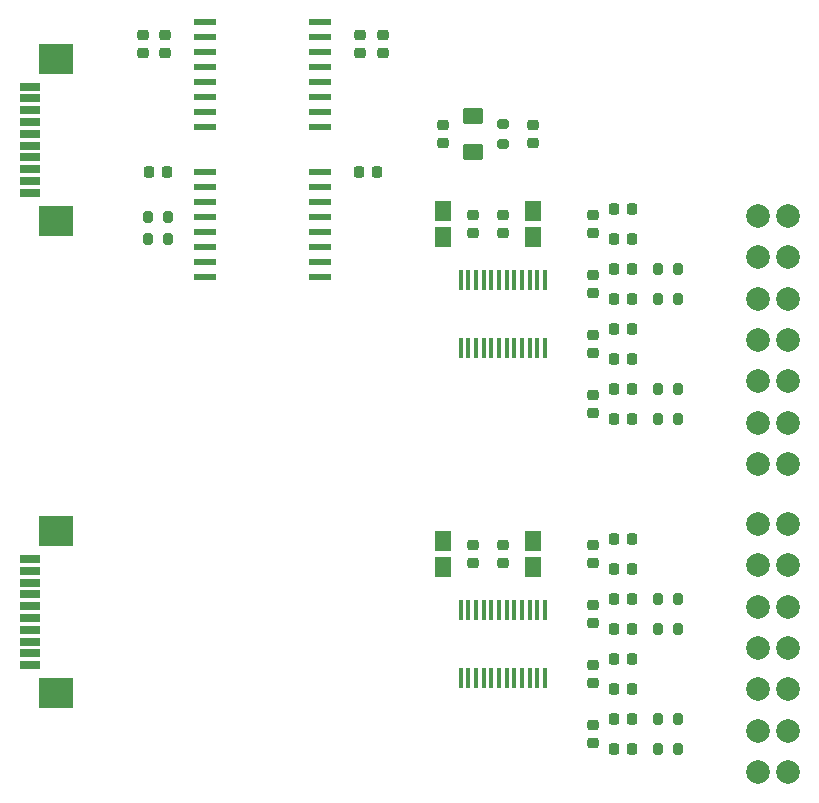
<source format=gbr>
%TF.GenerationSoftware,KiCad,Pcbnew,8.0.7-8.0.7-0~ubuntu24.04.1*%
%TF.CreationDate,2025-01-21T09:02:30+03:00*%
%TF.ProjectId,PM-AI4-W,504d2d41-4934-42d5-972e-6b696361645f,rev?*%
%TF.SameCoordinates,Original*%
%TF.FileFunction,Soldermask,Top*%
%TF.FilePolarity,Negative*%
%FSLAX46Y46*%
G04 Gerber Fmt 4.6, Leading zero omitted, Abs format (unit mm)*
G04 Created by KiCad (PCBNEW 8.0.7-8.0.7-0~ubuntu24.04.1) date 2025-01-21 09:02:30*
%MOMM*%
%LPD*%
G01*
G04 APERTURE LIST*
G04 Aperture macros list*
%AMRoundRect*
0 Rectangle with rounded corners*
0 $1 Rounding radius*
0 $2 $3 $4 $5 $6 $7 $8 $9 X,Y pos of 4 corners*
0 Add a 4 corners polygon primitive as box body*
4,1,4,$2,$3,$4,$5,$6,$7,$8,$9,$2,$3,0*
0 Add four circle primitives for the rounded corners*
1,1,$1+$1,$2,$3*
1,1,$1+$1,$4,$5*
1,1,$1+$1,$6,$7*
1,1,$1+$1,$8,$9*
0 Add four rect primitives between the rounded corners*
20,1,$1+$1,$2,$3,$4,$5,0*
20,1,$1+$1,$4,$5,$6,$7,0*
20,1,$1+$1,$6,$7,$8,$9,0*
20,1,$1+$1,$8,$9,$2,$3,0*%
G04 Aperture macros list end*
%ADD10RoundRect,0.225000X-0.225000X-0.250000X0.225000X-0.250000X0.225000X0.250000X-0.225000X0.250000X0*%
%ADD11RoundRect,0.200000X-0.200000X-0.275000X0.200000X-0.275000X0.200000X0.275000X-0.200000X0.275000X0*%
%ADD12R,1.397000X1.738275*%
%ADD13RoundRect,0.225000X0.250000X-0.225000X0.250000X0.225000X-0.250000X0.225000X-0.250000X-0.225000X0*%
%ADD14R,0.355600X1.778000*%
%ADD15RoundRect,0.225000X0.225000X0.250000X-0.225000X0.250000X-0.225000X-0.250000X0.225000X-0.250000X0*%
%ADD16RoundRect,0.225000X-0.250000X0.225000X-0.250000X-0.225000X0.250000X-0.225000X0.250000X0.225000X0*%
%ADD17C,2.000000*%
%ADD18RoundRect,0.200000X0.275000X-0.200000X0.275000X0.200000X-0.275000X0.200000X-0.275000X-0.200000X0*%
%ADD19R,1.803400X0.635000*%
%ADD20R,2.997200X2.590800*%
%ADD21RoundRect,0.250001X0.624999X-0.462499X0.624999X0.462499X-0.624999X0.462499X-0.624999X-0.462499X0*%
%ADD22R,1.854200X0.482600*%
G04 APERTURE END LIST*
D10*
%TO.C,C33*%
X6845000Y-3810000D03*
X8395000Y-3810000D03*
%TD*%
D11*
%TO.C,R4*%
X10605000Y6350000D03*
X12255000Y6350000D03*
%TD*%
D12*
%TO.C,C10*%
X0Y-6166663D03*
X0Y-3993337D03*
%TD*%
D13*
%TO.C,C11*%
X-31115000Y37325000D03*
X-31115000Y38875000D03*
%TD*%
D11*
%TO.C,R8*%
X10605000Y-21590000D03*
X12255000Y-21590000D03*
%TD*%
D10*
%TO.C,C36*%
X6845000Y-16510000D03*
X8395000Y-16510000D03*
%TD*%
D14*
%TO.C,U2*%
X-6114999Y-15570200D03*
X-5465000Y-15570200D03*
X-4815002Y-15570200D03*
X-4165001Y-15570200D03*
X-3515002Y-15570200D03*
X-2865001Y-15570200D03*
X-2215002Y-15570200D03*
X-1565001Y-15570200D03*
X-915002Y-15570200D03*
X-265001Y-15570200D03*
X384998Y-15570200D03*
X1034999Y-15570200D03*
X1034999Y-9829800D03*
X385000Y-9829800D03*
X-265001Y-9829800D03*
X-914999Y-9829800D03*
X-1565001Y-9829800D03*
X-2214999Y-9829800D03*
X-2864998Y-9829800D03*
X-3514999Y-9829800D03*
X-4164998Y-9829800D03*
X-4814999Y-9829800D03*
X-5464998Y-9829800D03*
X-6114999Y-9829800D03*
%TD*%
D10*
%TO.C,C15*%
X6845000Y16510000D03*
X8395000Y16510000D03*
%TD*%
D15*
%TO.C,C13*%
X8395000Y19050000D03*
X6845000Y19050000D03*
%TD*%
D16*
%TO.C,C40*%
X0Y31255000D03*
X0Y29705000D03*
%TD*%
D12*
%TO.C,C4*%
X-7620000Y-6166663D03*
X-7620000Y-3993337D03*
%TD*%
D15*
%TO.C,C34*%
X8395000Y-13970000D03*
X6845000Y-13970000D03*
%TD*%
D16*
%TO.C,C29*%
X5080000Y-19545000D03*
X5080000Y-21095000D03*
%TD*%
D17*
%TO.C,J4*%
X19090000Y2540000D03*
X19090000Y6040000D03*
X19090000Y9540000D03*
X19090000Y13040000D03*
X19090000Y16540000D03*
X19090000Y20040000D03*
X19090000Y23540000D03*
X21590000Y2540000D03*
X21590000Y6040000D03*
X21590000Y9540000D03*
X21590000Y13040000D03*
X21590000Y16540000D03*
X21590000Y20040000D03*
X21590000Y23540000D03*
%TD*%
D16*
%TO.C,C14*%
X5080000Y18555000D03*
X5080000Y17005000D03*
%TD*%
D15*
%TO.C,C19*%
X8395000Y21590000D03*
X6845000Y21590000D03*
%TD*%
D16*
%TO.C,C17*%
X5080000Y8395000D03*
X5080000Y6845000D03*
%TD*%
D13*
%TO.C,C32*%
X5080000Y-5855000D03*
X5080000Y-4305000D03*
%TD*%
D16*
%TO.C,C23*%
X5080000Y13475000D03*
X5080000Y11925000D03*
%TD*%
D10*
%TO.C,C21*%
X6845000Y24130000D03*
X8395000Y24130000D03*
%TD*%
D18*
%TO.C,R9*%
X-2540000Y29655000D03*
X-2540000Y31305000D03*
%TD*%
D15*
%TO.C,C25*%
X8395000Y-8890000D03*
X6845000Y-8890000D03*
%TD*%
D11*
%TO.C,R1*%
X10605000Y19050000D03*
X12255000Y19050000D03*
%TD*%
D16*
%TO.C,C35*%
X5080000Y-14465000D03*
X5080000Y-16015000D03*
%TD*%
D15*
%TO.C,C16*%
X8395000Y8890000D03*
X6845000Y8890000D03*
%TD*%
D14*
%TO.C,U1*%
X-6114999Y12369800D03*
X-5465000Y12369800D03*
X-4815002Y12369800D03*
X-4165001Y12369800D03*
X-3515002Y12369800D03*
X-2865001Y12369800D03*
X-2215002Y12369800D03*
X-1565001Y12369800D03*
X-915002Y12369800D03*
X-265001Y12369800D03*
X384998Y12369800D03*
X1034999Y12369800D03*
X1034999Y18110200D03*
X385000Y18110200D03*
X-265001Y18110200D03*
X-914999Y18110200D03*
X-1565001Y18110200D03*
X-2214999Y18110200D03*
X-2864998Y18110200D03*
X-3514999Y18110200D03*
X-4164998Y18110200D03*
X-4814999Y18110200D03*
X-5464998Y18110200D03*
X-6114999Y18110200D03*
%TD*%
D13*
%TO.C,C2*%
X-5080000Y-5855000D03*
X-5080000Y-4305000D03*
%TD*%
%TO.C,C1*%
X-5080000Y22085000D03*
X-5080000Y23635000D03*
%TD*%
D19*
%TO.C,J1*%
X-42556000Y-14499991D03*
X-42556000Y-13499993D03*
X-42556000Y-12499995D03*
X-42556000Y-11499997D03*
X-42556000Y-10499999D03*
X-42556000Y-9500001D03*
X-42556000Y-8500003D03*
X-42556000Y-7500005D03*
X-42556000Y-6500007D03*
X-42556000Y-5500009D03*
D20*
X-40385999Y-16850002D03*
X-40385999Y-3149998D03*
%TD*%
D10*
%TO.C,C31*%
X6845000Y-6350000D03*
X8395000Y-6350000D03*
%TD*%
D11*
%TO.C,R10*%
X-32575000Y23495000D03*
X-30925000Y23495000D03*
%TD*%
D13*
%TO.C,C38*%
X-14605000Y37325000D03*
X-14605000Y38875000D03*
%TD*%
D21*
%TO.C,L1*%
X-5080000Y28992500D03*
X-5080000Y31967500D03*
%TD*%
D17*
%TO.C,J5*%
X19090000Y-23540000D03*
X19090000Y-20040000D03*
X19090000Y-16540000D03*
X19090000Y-13040000D03*
X19090000Y-9540000D03*
X19090000Y-6040000D03*
X19090000Y-2540000D03*
X21590000Y-23540000D03*
X21590000Y-20040000D03*
X21590000Y-16540000D03*
X21590000Y-13040000D03*
X21590000Y-9540000D03*
X21590000Y-6040000D03*
X21590000Y-2540000D03*
%TD*%
D13*
%TO.C,C12*%
X-33020000Y37325000D03*
X-33020000Y38875000D03*
%TD*%
D11*
%TO.C,R11*%
X-32575000Y21590000D03*
X-30925000Y21590000D03*
%TD*%
D12*
%TO.C,C3*%
X-7620000Y21773337D03*
X-7620000Y23946663D03*
%TD*%
D10*
%TO.C,C27*%
X6845000Y-11430000D03*
X8395000Y-11430000D03*
%TD*%
D15*
%TO.C,C22*%
X8395000Y13970000D03*
X6845000Y13970000D03*
%TD*%
D13*
%TO.C,C37*%
X-12700000Y37325000D03*
X-12700000Y38875000D03*
%TD*%
D16*
%TO.C,C26*%
X5080000Y-9385000D03*
X5080000Y-10935000D03*
%TD*%
D10*
%TO.C,C28*%
X6845000Y-19050000D03*
X8395000Y-19050000D03*
%TD*%
D16*
%TO.C,C39*%
X-7620000Y31255000D03*
X-7620000Y29705000D03*
%TD*%
D19*
%TO.C,J2*%
X-42556000Y25500009D03*
X-42556000Y26500007D03*
X-42556000Y27500005D03*
X-42556000Y28500003D03*
X-42556000Y29500001D03*
X-42556000Y30499999D03*
X-42556000Y31499997D03*
X-42556000Y32499995D03*
X-42556000Y33499993D03*
X-42556000Y34499991D03*
D20*
X-40385999Y23149998D03*
X-40385999Y36850002D03*
%TD*%
D13*
%TO.C,C8*%
X-2540000Y-5855000D03*
X-2540000Y-4305000D03*
%TD*%
D22*
%TO.C,U3*%
X-27736800Y27305000D03*
X-27736800Y26035000D03*
X-27736800Y24765000D03*
X-27736800Y23495000D03*
X-27736800Y22225000D03*
X-27736800Y20955000D03*
X-27736800Y19685000D03*
X-27736800Y18415000D03*
X-17983200Y18415000D03*
X-17983200Y19685000D03*
X-17983200Y20955000D03*
X-17983200Y22225000D03*
X-17983200Y23495000D03*
X-17983200Y24765000D03*
X-17983200Y26035000D03*
X-17983200Y27305000D03*
%TD*%
D10*
%TO.C,C24*%
X6845000Y11430000D03*
X8395000Y11430000D03*
%TD*%
D13*
%TO.C,C7*%
X-2540000Y22085000D03*
X-2540000Y23635000D03*
%TD*%
D11*
%TO.C,R6*%
X10605000Y-11430000D03*
X12255000Y-11430000D03*
%TD*%
D13*
%TO.C,C20*%
X5080000Y22085000D03*
X5080000Y23635000D03*
%TD*%
D10*
%TO.C,C30*%
X6845000Y-21590000D03*
X8395000Y-21590000D03*
%TD*%
D11*
%TO.C,R2*%
X10605000Y16510000D03*
X12255000Y16510000D03*
%TD*%
D10*
%TO.C,C18*%
X6845000Y6350000D03*
X8395000Y6350000D03*
%TD*%
D11*
%TO.C,R5*%
X10605000Y-8890000D03*
X12255000Y-8890000D03*
%TD*%
D12*
%TO.C,C9*%
X0Y21773337D03*
X0Y23946663D03*
%TD*%
D10*
%TO.C,C6*%
X-14745000Y27305000D03*
X-13195000Y27305000D03*
%TD*%
D22*
%TO.C,U4*%
X-27736800Y40005000D03*
X-27736800Y38735000D03*
X-27736800Y37465000D03*
X-27736800Y36195000D03*
X-27736800Y34925000D03*
X-27736800Y33655000D03*
X-27736800Y32385000D03*
X-27736800Y31115000D03*
X-17983200Y31115000D03*
X-17983200Y32385000D03*
X-17983200Y33655000D03*
X-17983200Y34925000D03*
X-17983200Y36195000D03*
X-17983200Y37465000D03*
X-17983200Y38735000D03*
X-17983200Y40005000D03*
%TD*%
D15*
%TO.C,C5*%
X-30975000Y27305000D03*
X-32525000Y27305000D03*
%TD*%
D11*
%TO.C,R3*%
X10605000Y8890000D03*
X12255000Y8890000D03*
%TD*%
%TO.C,R7*%
X10605000Y-19050000D03*
X12255000Y-19050000D03*
%TD*%
M02*

</source>
